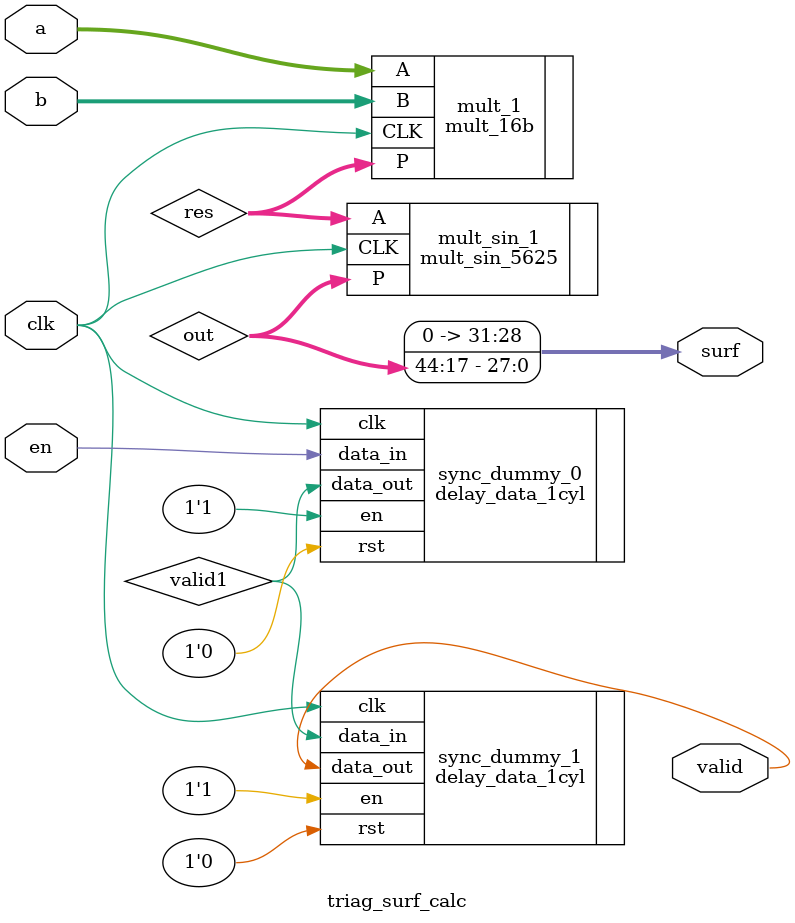
<source format=sv>
`timescale 1ns / 1ps


module triag_surf_calc(
    input clk,
    input en,
    input [15:0] a,
    input [15:0] b,
    output valid,
    output [31:0] surf
    );
    
wire [31:0] res;    
wire [44:0] out;
wire valid1, valid2;

mult_16b mult_1 (
  .CLK(clk),  // input wire CLK
  .A(a),      // input wire [15 : 0] A
  .B(b),      // input wire [15 : 0] B
  .P(res)      // output wire [31 : 0] P
);

mult_sin_5625 mult_sin_1 (
  .CLK(clk),  // input wire CLK
  .A(res),      // input wire [32 : 0] A
  .P(out)      // output wire [44 : 0] P
);
    
delay_data_1cyl sync_dummy_0
(   
    .rst(1'b0),
    .clk(clk),
    .en(1'b1),
    .data_in(en),
    .data_out(valid1)
);    

delay_data_1cyl sync_dummy_1
(
    .rst(1'b0),
    .clk(clk),
    .en(1'b1),
    .data_in(valid1),
    .data_out(valid)
);
    
assign surf = out >> 17;
    
endmodule

</source>
